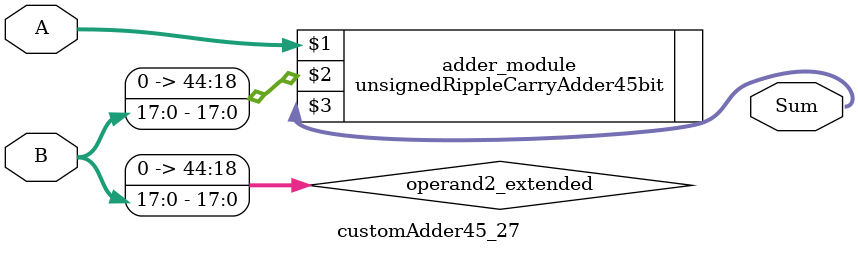
<source format=v>
module customAdder45_27(
                        input [44 : 0] A,
                        input [17 : 0] B,
                        
                        output [45 : 0] Sum
                );

        wire [44 : 0] operand2_extended;
        
        assign operand2_extended =  {27'b0, B};
        
        unsignedRippleCarryAdder45bit adder_module(
            A,
            operand2_extended,
            Sum
        );
        
        endmodule
        
</source>
